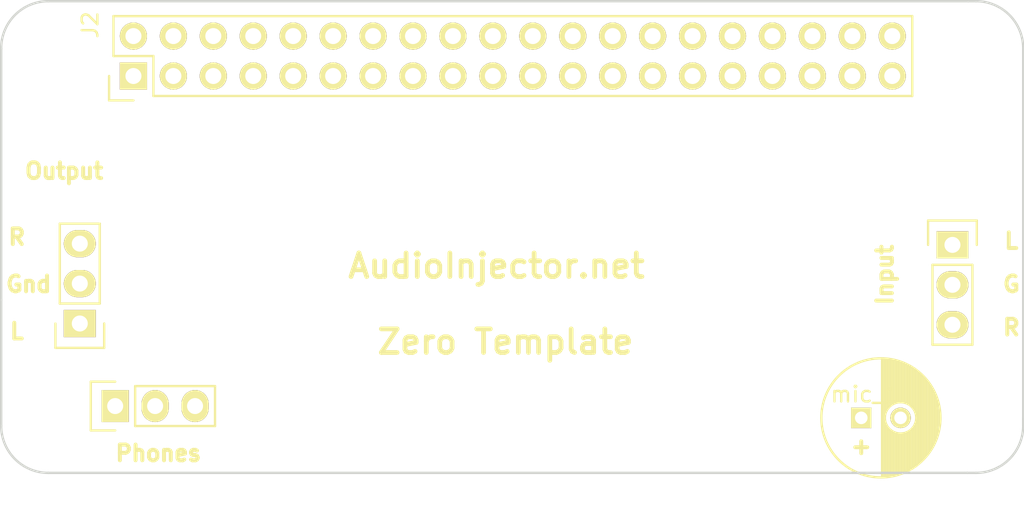
<source format=kicad_pcb>
(kicad_pcb (version 20171130) (host pcbnew 5.99.0+really5.1.10+dfsg1-1)

  (general
    (thickness 1.6)
    (drawings 24)
    (tracks 0)
    (zones 0)
    (modules 9)
    (nets 4)
  )

  (page A3)
  (layers
    (0 F.Cu signal)
    (31 B.Cu signal)
    (32 B.Adhes user)
    (33 F.Adhes user)
    (34 B.Paste user)
    (35 F.Paste user)
    (36 B.SilkS user)
    (37 F.SilkS user)
    (38 B.Mask user)
    (39 F.Mask user)
    (40 Dwgs.User user)
    (41 Cmts.User user)
    (42 Eco1.User user)
    (43 Eco2.User user)
    (44 Edge.Cuts user)
    (45 Margin user)
    (46 B.CrtYd user)
    (47 F.CrtYd user)
    (48 B.Fab user)
    (49 F.Fab user)
  )

  (setup
    (last_trace_width 0.2)
    (trace_clearance 0.254)
    (zone_clearance 0.508)
    (zone_45_only no)
    (trace_min 0.15)
    (via_size 0.889)
    (via_drill 0.635)
    (via_min_size 0.889)
    (via_min_drill 0.508)
    (uvia_size 0.508)
    (uvia_drill 0.127)
    (uvias_allowed no)
    (uvia_min_size 0.508)
    (uvia_min_drill 0.127)
    (edge_width 0.15)
    (segment_width 0.2)
    (pcb_text_width 0.3)
    (pcb_text_size 1 1)
    (mod_edge_width 0.15)
    (mod_text_size 1 1)
    (mod_text_width 0.15)
    (pad_size 2.032 1.7272)
    (pad_drill 1.016)
    (pad_to_mask_clearance 0)
    (aux_axis_origin 117.8687 84.2645)
    (visible_elements FFFFFF7F)
    (pcbplotparams
      (layerselection 0x010ff_80000001)
      (usegerberextensions true)
      (usegerberattributes false)
      (usegerberadvancedattributes false)
      (creategerberjobfile false)
      (gerberprecision 5)
      (excludeedgelayer false)
      (linewidth 0.150000)
      (plotframeref false)
      (viasonmask false)
      (mode 1)
      (useauxorigin false)
      (hpglpennumber 1)
      (hpglpenspeed 20)
      (hpglpendiameter 15.000000)
      (psnegative false)
      (psa4output false)
      (plotreference true)
      (plotvalue false)
      (plotinvisibletext false)
      (padsonsilk false)
      (subtractmaskfromsilk false)
      (outputformat 1)
      (mirror false)
      (drillshape 0)
      (scaleselection 1)
      (outputdirectory "flax.project21/"))
  )

  (net 0 "")
  (net 1 AGND)
  (net 2 DGND)
  (net 3 V5)

  (net_class Default "This is the default net class."
    (clearance 0.254)
    (trace_width 0.2)
    (via_dia 0.889)
    (via_drill 0.635)
    (uvia_dia 0.508)
    (uvia_drill 0.127)
    (add_net DGND)
  )

  (net_class chip ""
    (clearance 0.1)
    (trace_width 0.2)
    (via_dia 0.889)
    (via_drill 0.635)
    (uvia_dia 0.508)
    (uvia_drill 0.127)
  )

  (net_class power ""
    (clearance 0.254)
    (trace_width 0.5)
    (via_dia 0.889)
    (via_drill 0.635)
    (uvia_dia 0.508)
    (uvia_drill 0.127)
    (add_net V5)
  )

  (net_class small ""
    (clearance 0.15)
    (trace_width 0.2)
    (via_dia 0.889)
    (via_drill 0.635)
    (uvia_dia 0.508)
    (uvia_drill 0.127)
    (add_net AGND)
  )

  (module Pin_Headers:Pin_Header_Straight_1x03 (layer F.Cu) (tedit 5939BB1E) (tstamp 5939B3DB)
    (at 165 111)
    (descr "Through hole pin header")
    (tags "pin header")
    (path /57270CA0/5939C0F9)
    (fp_text reference L_G_R_IN_1 (at 0.1 2.58 90) (layer F.SilkS) hide
      (effects (font (size 1 1) (thickness 0.15)))
    )
    (fp_text value OUT (at 0 -3.1) (layer F.Fab)
      (effects (font (size 1 1) (thickness 0.15)))
    )
    (fp_line (start -1.55 -1.55) (end 1.55 -1.55) (layer F.SilkS) (width 0.15))
    (fp_line (start -1.55 0) (end -1.55 -1.55) (layer F.SilkS) (width 0.15))
    (fp_line (start 1.27 1.27) (end -1.27 1.27) (layer F.SilkS) (width 0.15))
    (fp_line (start 1.55 -1.55) (end 1.55 0) (layer F.SilkS) (width 0.15))
    (fp_line (start 1.27 6.35) (end 1.27 1.27) (layer F.SilkS) (width 0.15))
    (fp_line (start -1.27 6.35) (end 1.27 6.35) (layer F.SilkS) (width 0.15))
    (fp_line (start -1.27 1.27) (end -1.27 6.35) (layer F.SilkS) (width 0.15))
    (fp_line (start -1.75 6.85) (end 1.75 6.85) (layer F.CrtYd) (width 0.05))
    (fp_line (start -1.75 -1.75) (end 1.75 -1.75) (layer F.CrtYd) (width 0.05))
    (fp_line (start 1.75 -1.75) (end 1.75 6.85) (layer F.CrtYd) (width 0.05))
    (fp_line (start -1.75 -1.75) (end -1.75 6.85) (layer F.CrtYd) (width 0.05))
    (pad 1 thru_hole rect (at 0 0) (size 2.032 1.7272) (drill 1.016) (layers *.Cu *.Mask F.SilkS))
    (pad 2 thru_hole oval (at 0 2.54) (size 2.032 1.7272) (drill 1.016) (layers *.Cu *.Mask F.SilkS)
      (net 1 AGND))
    (pad 3 thru_hole oval (at 0 5.08) (size 2.032 1.7272) (drill 1.016) (layers *.Cu *.Mask F.SilkS))
    (model Pin_Headers.3dshapes/Pin_Header_Straight_1x03.wrl
      (offset (xyz 0 -2.539999961853027 0))
      (scale (xyz 1 1 1))
      (rotate (xyz 0 0 90))
    )
  )

  (module Pin_Headers:Pin_Header_Straight_2x20 (layer F.Cu) (tedit 58D22171) (tstamp 57345603)
    (at 112.91188 100.25942 90)
    (descr "Through hole pin header")
    (tags "pin header")
    (path /57281DAD)
    (fp_text reference J2 (at 3.25 -2.75 90) (layer F.SilkS)
      (effects (font (size 1 1) (thickness 0.15)))
    )
    (fp_text value PC104 (at 0 -3.1 90) (layer F.Fab)
      (effects (font (size 1 1) (thickness 0.15)))
    )
    (fp_line (start -1.55 -1.55) (end -1.55 0) (layer F.SilkS) (width 0.15))
    (fp_line (start 1.27 1.27) (end -1.27 1.27) (layer F.SilkS) (width 0.15))
    (fp_line (start 1.27 -1.27) (end 1.27 1.27) (layer F.SilkS) (width 0.15))
    (fp_line (start 0 -1.55) (end -1.55 -1.55) (layer F.SilkS) (width 0.15))
    (fp_line (start 3.81 -1.27) (end 1.27 -1.27) (layer F.SilkS) (width 0.15))
    (fp_line (start 3.81 49.53) (end -1.27 49.53) (layer F.SilkS) (width 0.15))
    (fp_line (start -1.27 1.27) (end -1.27 49.53) (layer F.SilkS) (width 0.15))
    (fp_line (start 3.81 49.53) (end 3.81 -1.27) (layer F.SilkS) (width 0.15))
    (fp_line (start -1.75 50.05) (end 4.3 50.05) (layer F.CrtYd) (width 0.05))
    (fp_line (start -1.75 -1.75) (end 4.3 -1.75) (layer F.CrtYd) (width 0.05))
    (fp_line (start 4.3 -1.75) (end 4.3 50.05) (layer F.CrtYd) (width 0.05))
    (fp_line (start -1.75 -1.75) (end -1.75 50.05) (layer F.CrtYd) (width 0.05))
    (pad 1 thru_hole rect (at 0 0 90) (size 1.7272 1.7272) (drill 1.016) (layers *.Cu *.Mask F.SilkS))
    (pad 2 thru_hole oval (at 2.54 0 90) (size 1.7272 1.7272) (drill 1.016) (layers *.Cu *.Mask F.SilkS)
      (net 3 V5))
    (pad 3 thru_hole oval (at 0 2.54 90) (size 1.7272 1.7272) (drill 1.016) (layers *.Cu *.Mask F.SilkS))
    (pad 4 thru_hole oval (at 2.54 2.54 90) (size 1.7272 1.7272) (drill 1.016) (layers *.Cu *.Mask F.SilkS)
      (net 3 V5))
    (pad 5 thru_hole oval (at 0 5.08 90) (size 1.7272 1.7272) (drill 1.016) (layers *.Cu *.Mask F.SilkS))
    (pad 6 thru_hole oval (at 2.54 5.08 90) (size 1.7272 1.7272) (drill 1.016) (layers *.Cu *.Mask F.SilkS)
      (net 2 DGND))
    (pad 7 thru_hole oval (at 0 7.62 90) (size 1.7272 1.7272) (drill 1.016) (layers *.Cu *.Mask F.SilkS))
    (pad 8 thru_hole oval (at 2.54 7.62 90) (size 1.7272 1.7272) (drill 1.016) (layers *.Cu *.Mask F.SilkS))
    (pad 9 thru_hole oval (at 0 10.16 90) (size 1.7272 1.7272) (drill 1.016) (layers *.Cu *.Mask F.SilkS)
      (net 2 DGND))
    (pad 10 thru_hole oval (at 2.54 10.16 90) (size 1.7272 1.7272) (drill 1.016) (layers *.Cu *.Mask F.SilkS))
    (pad 11 thru_hole oval (at 0 12.7 90) (size 1.7272 1.7272) (drill 1.016) (layers *.Cu *.Mask F.SilkS))
    (pad 12 thru_hole oval (at 2.54 12.7 90) (size 1.7272 1.7272) (drill 1.016) (layers *.Cu *.Mask F.SilkS))
    (pad 13 thru_hole oval (at 0 15.24 90) (size 1.7272 1.7272) (drill 1.016) (layers *.Cu *.Mask F.SilkS))
    (pad 14 thru_hole oval (at 2.54 15.24 90) (size 1.7272 1.7272) (drill 1.016) (layers *.Cu *.Mask F.SilkS)
      (net 2 DGND))
    (pad 15 thru_hole oval (at 0 17.78 90) (size 1.7272 1.7272) (drill 1.016) (layers *.Cu *.Mask F.SilkS))
    (pad 16 thru_hole oval (at 2.54 17.78 90) (size 1.7272 1.7272) (drill 1.016) (layers *.Cu *.Mask F.SilkS))
    (pad 17 thru_hole oval (at 0 20.32 90) (size 1.7272 1.7272) (drill 1.016) (layers *.Cu *.Mask F.SilkS))
    (pad 18 thru_hole oval (at 2.54 20.32 90) (size 1.7272 1.7272) (drill 1.016) (layers *.Cu *.Mask F.SilkS))
    (pad 19 thru_hole oval (at 0 22.86 90) (size 1.7272 1.7272) (drill 1.016) (layers *.Cu *.Mask F.SilkS))
    (pad 20 thru_hole oval (at 2.54 22.86 90) (size 1.7272 1.7272) (drill 1.016) (layers *.Cu *.Mask F.SilkS)
      (net 2 DGND))
    (pad 21 thru_hole oval (at 0 25.4 90) (size 1.7272 1.7272) (drill 1.016) (layers *.Cu *.Mask F.SilkS))
    (pad 22 thru_hole oval (at 2.54 25.4 90) (size 1.7272 1.7272) (drill 1.016) (layers *.Cu *.Mask F.SilkS))
    (pad 23 thru_hole oval (at 0 27.94 90) (size 1.7272 1.7272) (drill 1.016) (layers *.Cu *.Mask F.SilkS))
    (pad 24 thru_hole oval (at 2.54 27.94 90) (size 1.7272 1.7272) (drill 1.016) (layers *.Cu *.Mask F.SilkS))
    (pad 25 thru_hole oval (at 0 30.48 90) (size 1.7272 1.7272) (drill 1.016) (layers *.Cu *.Mask F.SilkS)
      (net 2 DGND))
    (pad 26 thru_hole oval (at 2.54 30.48 90) (size 1.7272 1.7272) (drill 1.016) (layers *.Cu *.Mask F.SilkS))
    (pad 27 thru_hole oval (at 0 33.02 90) (size 1.7272 1.7272) (drill 1.016) (layers *.Cu *.Mask F.SilkS))
    (pad 28 thru_hole oval (at 2.54 33.02 90) (size 1.7272 1.7272) (drill 1.016) (layers *.Cu *.Mask F.SilkS))
    (pad 29 thru_hole oval (at 0 35.56 90) (size 1.7272 1.7272) (drill 1.016) (layers *.Cu *.Mask F.SilkS))
    (pad 30 thru_hole oval (at 2.54 35.56 90) (size 1.7272 1.7272) (drill 1.016) (layers *.Cu *.Mask F.SilkS)
      (net 2 DGND))
    (pad 31 thru_hole oval (at 0 38.1 90) (size 1.7272 1.7272) (drill 1.016) (layers *.Cu *.Mask F.SilkS))
    (pad 32 thru_hole oval (at 2.54 38.1 90) (size 1.7272 1.7272) (drill 1.016) (layers *.Cu *.Mask F.SilkS))
    (pad 33 thru_hole oval (at 0 40.64 90) (size 1.7272 1.7272) (drill 1.016) (layers *.Cu *.Mask F.SilkS))
    (pad 34 thru_hole oval (at 2.54 40.64 90) (size 1.7272 1.7272) (drill 1.016) (layers *.Cu *.Mask F.SilkS)
      (net 2 DGND))
    (pad 35 thru_hole oval (at 0 43.18 90) (size 1.7272 1.7272) (drill 1.016) (layers *.Cu *.Mask F.SilkS))
    (pad 36 thru_hole oval (at 2.54 43.18 90) (size 1.7272 1.7272) (drill 1.016) (layers *.Cu *.Mask F.SilkS))
    (pad 37 thru_hole oval (at 0 45.72 90) (size 1.7272 1.7272) (drill 1.016) (layers *.Cu *.Mask F.SilkS))
    (pad 38 thru_hole oval (at 2.54 45.72 90) (size 1.7272 1.7272) (drill 1.016) (layers *.Cu *.Mask F.SilkS))
    (pad 39 thru_hole oval (at 0 48.26 90) (size 1.7272 1.7272) (drill 1.016) (layers *.Cu *.Mask F.SilkS)
      (net 2 DGND))
    (pad 40 thru_hole oval (at 2.54 48.26 90) (size 1.7272 1.7272) (drill 1.016) (layers *.Cu *.Mask F.SilkS))
    (model Pin_Headers.3dshapes/Pin_Header_Straight_2x20.wrl
      (offset (xyz 1.269999980926514 -24.12999963760376 0))
      (scale (xyz 1 1 1))
      (rotate (xyz 0 0 90))
    )
  )

  (module 1pin locked (layer F.Cu) (tedit 5644D4E6) (tstamp 563ABCB6)
    (at 166 122)
    (descr "module 1 pin (ou trou mecanique de percage)")
    (tags DEV)
    (path 1pin)
    (fp_text reference 1PIN (at 0 -3.048) (layer F.SilkS) hide
      (effects (font (size 1.016 1.016) (thickness 0.254)))
    )
    (fp_text value P*** (at 0 2.794) (layer F.SilkS) hide
      (effects (font (size 1.016 1.016) (thickness 0.254)))
    )
    (pad "" np_thru_hole circle (at 0 0) (size 2.75 2.75) (drill 2.75) (layers *.Cu))
  )

  (module 1pin locked (layer F.Cu) (tedit 5644D50C) (tstamp 563AB3A9)
    (at 108 122)
    (descr "module 1 pin (ou trou mecanique de percage)")
    (tags DEV)
    (path 1pin)
    (fp_text reference 1PIN (at 0 -3.048) (layer F.SilkS) hide
      (effects (font (size 1.016 1.016) (thickness 0.254)))
    )
    (fp_text value P*** (at 0 2.794) (layer F.SilkS) hide
      (effects (font (size 1.016 1.016) (thickness 0.254)))
    )
    (pad "" np_thru_hole circle (at 0 0) (size 2.75 2.75) (drill 2.75) (layers *.Cu))
  )

  (module 1pin locked (layer F.Cu) (tedit 5644D4F1) (tstamp 563AB381)
    (at 166 99)
    (descr "module 1 pin (ou trou mecanique de percage)")
    (tags DEV)
    (path 1pin)
    (fp_text reference 1PIN (at 0 -3.048) (layer F.SilkS) hide
      (effects (font (size 1.016 1.016) (thickness 0.254)))
    )
    (fp_text value P*** (at 0 2.794) (layer F.SilkS) hide
      (effects (font (size 1.016 1.016) (thickness 0.254)))
    )
    (pad "" np_thru_hole circle (at 0 0) (size 2.75 2.75) (drill 2.75) (layers *.Cu))
  )

  (module 1pin locked (layer F.Cu) (tedit 5644D590) (tstamp 563AB348)
    (at 108 99)
    (descr "module 1 pin (ou trou mecanique de percage)")
    (tags DEV)
    (path 1pin)
    (fp_text reference 1PIN (at 0 -3.048) (layer F.SilkS) hide
      (effects (font (size 1.016 1.016) (thickness 0.254)))
    )
    (fp_text value P*** (at 0 2.794) (layer F.SilkS) hide
      (effects (font (size 1.016 1.016) (thickness 0.254)))
    )
    (pad "" np_thru_hole circle (at 0 0) (size 2.75 2.75) (drill 2.75) (layers *.Cu))
  )

  (module Capacitors_ThroughHole:C_Radial_D7.5_L11.2_P2.5 (layer F.Cu) (tedit 58DFA899) (tstamp 58DFAC7A)
    (at 159.2 122)
    (descr "Radial Electrolytic Capacitor Diameter 7.5mm x Length 11.2mm, Pitch 2.5mm")
    (tags "Electrolytic Capacitor")
    (path /57270CA0/57591314)
    (fp_text reference mic_1 (at 0.25 -1.5) (layer F.SilkS)
      (effects (font (size 1 1) (thickness 0.15)))
    )
    (fp_text value Mic (at 1.25 5.1) (layer F.Fab)
      (effects (font (size 1 1) (thickness 0.15)))
    )
    (fp_circle (center 1.25 0) (end 1.25 -4.1) (layer F.CrtYd) (width 0.05))
    (fp_circle (center 1.25 0) (end 1.25 -3.7875) (layer F.SilkS) (width 0.15))
    (fp_circle (center 2.5 0) (end 2.5 -1) (layer F.SilkS) (width 0.15))
    (fp_line (start 4.965 -0.511) (end 4.965 0.511) (layer F.SilkS) (width 0.15))
    (fp_line (start 4.825 -1.132) (end 4.825 1.132) (layer F.SilkS) (width 0.15))
    (fp_line (start 4.685 -1.504) (end 4.685 1.504) (layer F.SilkS) (width 0.15))
    (fp_line (start 4.545 -1.79) (end 4.545 1.79) (layer F.SilkS) (width 0.15))
    (fp_line (start 4.405 -2.027) (end 4.405 2.027) (layer F.SilkS) (width 0.15))
    (fp_line (start 4.265 -2.23) (end 4.265 2.23) (layer F.SilkS) (width 0.15))
    (fp_line (start 4.125 -2.408) (end 4.125 2.408) (layer F.SilkS) (width 0.15))
    (fp_line (start 3.985 -2.566) (end 3.985 2.566) (layer F.SilkS) (width 0.15))
    (fp_line (start 3.845 -2.707) (end 3.845 2.707) (layer F.SilkS) (width 0.15))
    (fp_line (start 3.705 -2.835) (end 3.705 2.835) (layer F.SilkS) (width 0.15))
    (fp_line (start 3.565 -2.95) (end 3.565 2.95) (layer F.SilkS) (width 0.15))
    (fp_line (start 3.425 0.38) (end 3.425 3.055) (layer F.SilkS) (width 0.15))
    (fp_line (start 3.425 -3.055) (end 3.425 -0.38) (layer F.SilkS) (width 0.15))
    (fp_line (start 3.285 0.619) (end 3.285 3.15) (layer F.SilkS) (width 0.15))
    (fp_line (start 3.285 -3.15) (end 3.285 -0.619) (layer F.SilkS) (width 0.15))
    (fp_line (start 3.145 0.764) (end 3.145 3.236) (layer F.SilkS) (width 0.15))
    (fp_line (start 3.145 -3.236) (end 3.145 -0.764) (layer F.SilkS) (width 0.15))
    (fp_line (start 3.005 0.863) (end 3.005 3.314) (layer F.SilkS) (width 0.15))
    (fp_line (start 3.005 -3.314) (end 3.005 -0.863) (layer F.SilkS) (width 0.15))
    (fp_line (start 2.865 0.931) (end 2.865 3.384) (layer F.SilkS) (width 0.15))
    (fp_line (start 2.865 -3.384) (end 2.865 -0.931) (layer F.SilkS) (width 0.15))
    (fp_line (start 2.725 0.974) (end 2.725 3.448) (layer F.SilkS) (width 0.15))
    (fp_line (start 2.725 -3.448) (end 2.725 -0.974) (layer F.SilkS) (width 0.15))
    (fp_line (start 2.585 0.996) (end 2.585 3.504) (layer F.SilkS) (width 0.15))
    (fp_line (start 2.585 -3.504) (end 2.585 -0.996) (layer F.SilkS) (width 0.15))
    (fp_line (start 2.445 0.998) (end 2.445 3.555) (layer F.SilkS) (width 0.15))
    (fp_line (start 2.445 -3.555) (end 2.445 -0.998) (layer F.SilkS) (width 0.15))
    (fp_line (start 2.305 0.981) (end 2.305 3.599) (layer F.SilkS) (width 0.15))
    (fp_line (start 2.305 -3.599) (end 2.305 -0.981) (layer F.SilkS) (width 0.15))
    (fp_line (start 2.165 0.942) (end 2.165 3.637) (layer F.SilkS) (width 0.15))
    (fp_line (start 2.165 -3.637) (end 2.165 -0.942) (layer F.SilkS) (width 0.15))
    (fp_line (start 2.025 0.88) (end 2.025 3.669) (layer F.SilkS) (width 0.15))
    (fp_line (start 2.025 -3.669) (end 2.025 -0.88) (layer F.SilkS) (width 0.15))
    (fp_line (start 1.885 0.789) (end 1.885 3.696) (layer F.SilkS) (width 0.15))
    (fp_line (start 1.885 -3.696) (end 1.885 -0.789) (layer F.SilkS) (width 0.15))
    (fp_line (start 1.745 0.656) (end 1.745 3.717) (layer F.SilkS) (width 0.15))
    (fp_line (start 1.745 -3.717) (end 1.745 -0.656) (layer F.SilkS) (width 0.15))
    (fp_line (start 1.605 0.446) (end 1.605 3.733) (layer F.SilkS) (width 0.15))
    (fp_line (start 1.605 -3.733) (end 1.605 -0.446) (layer F.SilkS) (width 0.15))
    (fp_line (start 1.465 -3.744) (end 1.465 3.744) (layer F.SilkS) (width 0.15))
    (fp_line (start 1.325 -3.749) (end 1.325 3.749) (layer F.SilkS) (width 0.15))
    (pad 2 thru_hole circle (at 2.5 0) (size 1.3 1.3) (drill 0.8) (layers *.Cu *.Mask F.SilkS)
      (net 1 AGND))
    (pad 1 thru_hole rect (at 0 0) (size 1.3 1.3) (drill 0.8) (layers *.Cu *.Mask F.SilkS))
    (model Capacitors_ThroughHole.3dshapes/C_Radial_D7.5_L11.2_P2.5.wrl
      (at (xyz 0 0 0))
      (scale (xyz 1 1 1))
      (rotate (xyz 0 0 0))
    )
  )

  (module Pin_Headers:Pin_Header_Straight_1x03 (layer F.Cu) (tedit 5939BAC8) (tstamp 5939B3E9)
    (at 109.5 116 180)
    (descr "Through hole pin header")
    (tags "pin header")
    (path /57270CA0/5939BA05)
    (fp_text reference L_G_R_OUT_1 (at -2.5 3.075 270) (layer F.SilkS) hide
      (effects (font (size 1 1) (thickness 0.15)))
    )
    (fp_text value OUT (at 0 -3.1 180) (layer F.Fab)
      (effects (font (size 1 1) (thickness 0.15)))
    )
    (fp_line (start -1.55 -1.55) (end 1.55 -1.55) (layer F.SilkS) (width 0.15))
    (fp_line (start -1.55 0) (end -1.55 -1.55) (layer F.SilkS) (width 0.15))
    (fp_line (start 1.27 1.27) (end -1.27 1.27) (layer F.SilkS) (width 0.15))
    (fp_line (start 1.55 -1.55) (end 1.55 0) (layer F.SilkS) (width 0.15))
    (fp_line (start 1.27 6.35) (end 1.27 1.27) (layer F.SilkS) (width 0.15))
    (fp_line (start -1.27 6.35) (end 1.27 6.35) (layer F.SilkS) (width 0.15))
    (fp_line (start -1.27 1.27) (end -1.27 6.35) (layer F.SilkS) (width 0.15))
    (fp_line (start -1.75 6.85) (end 1.75 6.85) (layer F.CrtYd) (width 0.05))
    (fp_line (start -1.75 -1.75) (end 1.75 -1.75) (layer F.CrtYd) (width 0.05))
    (fp_line (start 1.75 -1.75) (end 1.75 6.85) (layer F.CrtYd) (width 0.05))
    (fp_line (start -1.75 -1.75) (end -1.75 6.85) (layer F.CrtYd) (width 0.05))
    (pad 1 thru_hole rect (at 0 0 180) (size 2.032 1.7272) (drill 1.016) (layers *.Cu *.Mask F.SilkS))
    (pad 2 thru_hole oval (at 0 2.54 180) (size 2.032 1.7272) (drill 1.016) (layers *.Cu *.Mask F.SilkS)
      (net 1 AGND))
    (pad 3 thru_hole oval (at 0 5.08 180) (size 2.032 1.7272) (drill 1.016) (layers *.Cu *.Mask F.SilkS))
    (model Pin_Headers.3dshapes/Pin_Header_Straight_1x03.wrl
      (offset (xyz 0 -2.539999961853027 0))
      (scale (xyz 1 1 1))
      (rotate (xyz 0 0 90))
    )
  )

  (module Pin_Headers:Pin_Header_Straight_1x03 (layer F.Cu) (tedit 59470D60) (tstamp 5947749B)
    (at 111.75 121.25 90)
    (descr "Through hole pin header")
    (tags "pin header")
    (path /57270CA0/594712B8)
    (fp_text reference HP_1 (at 0 -5.1 90) (layer F.SilkS) hide
      (effects (font (size 1 1) (thickness 0.15)))
    )
    (fp_text value OUT (at 0 -3.1 90) (layer F.Fab)
      (effects (font (size 1 1) (thickness 0.15)))
    )
    (fp_line (start -1.55 -1.55) (end 1.55 -1.55) (layer F.SilkS) (width 0.15))
    (fp_line (start -1.55 0) (end -1.55 -1.55) (layer F.SilkS) (width 0.15))
    (fp_line (start 1.27 1.27) (end -1.27 1.27) (layer F.SilkS) (width 0.15))
    (fp_line (start 1.55 -1.55) (end 1.55 0) (layer F.SilkS) (width 0.15))
    (fp_line (start 1.27 6.35) (end 1.27 1.27) (layer F.SilkS) (width 0.15))
    (fp_line (start -1.27 6.35) (end 1.27 6.35) (layer F.SilkS) (width 0.15))
    (fp_line (start -1.27 1.27) (end -1.27 6.35) (layer F.SilkS) (width 0.15))
    (fp_line (start -1.75 6.85) (end 1.75 6.85) (layer F.CrtYd) (width 0.05))
    (fp_line (start -1.75 -1.75) (end 1.75 -1.75) (layer F.CrtYd) (width 0.05))
    (fp_line (start 1.75 -1.75) (end 1.75 6.85) (layer F.CrtYd) (width 0.05))
    (fp_line (start -1.75 -1.75) (end -1.75 6.85) (layer F.CrtYd) (width 0.05))
    (pad 1 thru_hole rect (at 0 0 90) (size 2.032 1.7272) (drill 1.016) (layers *.Cu *.Mask F.SilkS))
    (pad 2 thru_hole oval (at 0 2.54 90) (size 2.032 1.7272) (drill 1.016) (layers *.Cu *.Mask F.SilkS)
      (net 1 AGND))
    (pad 3 thru_hole oval (at 0 5.08 90) (size 2.032 1.7272) (drill 1.016) (layers *.Cu *.Mask F.SilkS))
    (model Pin_Headers.3dshapes/Pin_Header_Straight_1x03.wrl
      (offset (xyz 0 -2.539999961853027 0))
      (scale (xyz 1 1 1))
      (rotate (xyz 0 0 90))
    )
  )

  (gr_text Phones (at 114.5 124.25) (layer F.SilkS)
    (effects (font (size 1 1) (thickness 0.25)))
  )
  (gr_text Input (at 160.7 112.9 90) (layer F.SilkS)
    (effects (font (size 1 1) (thickness 0.25)))
  )
  (gr_text Gnd (at 106.25 113.5) (layer F.SilkS)
    (effects (font (size 1 1) (thickness 0.25)))
  )
  (gr_text L (at 105.5 116.5) (layer F.SilkS)
    (effects (font (size 1 1) (thickness 0.25)))
  )
  (gr_text Output (at 108.5 106.3) (layer F.SilkS)
    (effects (font (size 1 1) (thickness 0.25)))
  )
  (gr_text R (at 105.5 110.5) (layer F.SilkS)
    (effects (font (size 1 1) (thickness 0.25)))
  )
  (gr_text L (at 168.75 110.75) (layer F.SilkS)
    (effects (font (size 1 1) (thickness 0.25)))
  )
  (gr_text G (at 168.75 113.5) (layer F.SilkS)
    (effects (font (size 1 1) (thickness 0.25)))
  )
  (gr_text R (at 168.75 116.25) (layer F.SilkS)
    (effects (font (size 1 1) (thickness 0.25)))
  )
  (gr_text "AudioInjector.net\n\n Zero Template\n" (at 136 114.75) (layer F.SilkS)
    (effects (font (size 1.5 1.5) (thickness 0.3)))
  )
  (gr_text + (at 159.2 123.8) (layer F.SilkS)
    (effects (font (size 1 1) (thickness 0.25)))
  )
  (gr_line (start 169.5 122.05) (end 169.5 122.5) (angle 90) (layer Edge.Cuts) (width 0.15))
  (gr_line (start 166.5 125.5) (end 165.95 125.5) (angle 90) (layer Edge.Cuts) (width 0.15))
  (gr_line (start 169.5 122.05) (end 169.5 122.5) (angle 90) (layer Edge.Cuts) (width 0.15))
  (gr_line (start 169.5 98.5) (end 169.5 122.05) (angle 90) (layer Edge.Cuts) (width 0.15))
  (gr_line (start 107.5 125.5) (end 165.95 125.5) (angle 90) (layer Edge.Cuts) (width 0.15))
  (gr_line (start 104.5 114.5) (end 104.5 122.5) (angle 90) (layer Edge.Cuts) (width 0.15))
  (gr_line (start 107.5 95.5) (end 166 95.5) (angle 90) (layer Edge.Cuts) (width 0.15))
  (gr_line (start 104.5 114.5) (end 104.5 98.5) (angle 90) (layer Edge.Cuts) (width 0.15))
  (gr_arc (start 107.5 122.5) (end 107.5 125.5) (angle 90) (layer Edge.Cuts) (width 0.15))
  (gr_arc (start 166.5 122.5) (end 169.5 122.5) (angle 90) (layer Edge.Cuts) (width 0.15))
  (gr_line (start 166.5 95.5) (end 166 95.5) (angle 90) (layer Edge.Cuts) (width 0.15))
  (gr_arc (start 166.5 98.5) (end 166.5 95.5) (angle 90) (layer Edge.Cuts) (width 0.15))
  (gr_arc (start 107.5 98.5) (end 104.5 98.5) (angle 90) (layer Edge.Cuts) (width 0.15))

)

</source>
